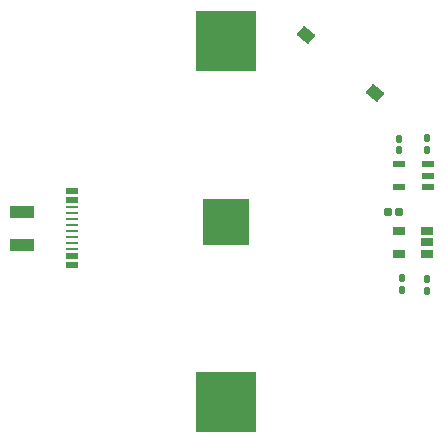
<source format=gbp>
G04*
G04 #@! TF.GenerationSoftware,Altium Limited,Altium Designer,21.0.8 (223)*
G04*
G04 Layer_Color=128*
%FSLAX25Y25*%
%MOIN*%
G70*
G04*
G04 #@! TF.SameCoordinates,24BCDA9A-42F1-41D6-B0A9-C8EBA0504D6D*
G04*
G04*
G04 #@! TF.FilePolarity,Positive*
G04*
G01*
G75*
G04:AMPARAMS|DCode=16|XSize=23.62mil|YSize=23.62mil|CornerRadius=2.36mil|HoleSize=0mil|Usage=FLASHONLY|Rotation=270.000|XOffset=0mil|YOffset=0mil|HoleType=Round|Shape=RoundedRectangle|*
%AMROUNDEDRECTD16*
21,1,0.02362,0.01890,0,0,270.0*
21,1,0.01890,0.02362,0,0,270.0*
1,1,0.00472,-0.00945,-0.00945*
1,1,0.00472,-0.00945,0.00945*
1,1,0.00472,0.00945,0.00945*
1,1,0.00472,0.00945,-0.00945*
%
%ADD16ROUNDEDRECTD16*%
%ADD26R,0.04331X0.02362*%
G04:AMPARAMS|DCode=27|XSize=19.68mil|YSize=23.62mil|CornerRadius=1.97mil|HoleSize=0mil|Usage=FLASHONLY|Rotation=0.000|XOffset=0mil|YOffset=0mil|HoleType=Round|Shape=RoundedRectangle|*
%AMROUNDEDRECTD27*
21,1,0.01968,0.01968,0,0,0.0*
21,1,0.01575,0.02362,0,0,0.0*
1,1,0.00394,0.00787,-0.00984*
1,1,0.00394,-0.00787,-0.00984*
1,1,0.00394,-0.00787,0.00984*
1,1,0.00394,0.00787,0.00984*
%
%ADD27ROUNDEDRECTD27*%
%ADD87R,0.03937X0.02047*%
%ADD88R,0.03937X0.01063*%
%ADD89R,0.07874X0.03937*%
%ADD90R,0.15590X0.15590*%
%ADD91R,0.20079X0.20079*%
G04:AMPARAMS|DCode=92|XSize=50mil|YSize=39.37mil|CornerRadius=0mil|HoleSize=0mil|Usage=FLASHONLY|Rotation=320.000|XOffset=0mil|YOffset=0mil|HoleType=Round|Shape=Rectangle|*
%AMROTATEDRECTD92*
4,1,4,-0.03180,0.00099,-0.00650,0.03115,0.03180,-0.00099,0.00650,-0.03115,-0.03180,0.00099,0.0*
%
%ADD92ROTATEDRECTD92*%

%ADD93R,0.04331X0.02559*%
D16*
X609252Y241142D02*
D03*
X605315D02*
D03*
D26*
X609252Y257087D02*
D03*
Y249606D02*
D03*
X618701D02*
D03*
Y253346D02*
D03*
Y257087D02*
D03*
D27*
X618504Y261811D02*
D03*
Y265748D02*
D03*
X609252Y261713D02*
D03*
Y265650D02*
D03*
X610220Y215094D02*
D03*
Y219032D02*
D03*
X618476Y214988D02*
D03*
Y218925D02*
D03*
D87*
X500098Y223622D02*
D03*
Y248031D02*
D03*
Y226575D02*
D03*
Y245079D02*
D03*
D88*
Y228937D02*
D03*
Y242717D02*
D03*
Y230906D02*
D03*
Y232874D02*
D03*
Y234842D02*
D03*
Y236811D02*
D03*
Y238779D02*
D03*
Y240748D02*
D03*
D89*
X483563Y230315D02*
D03*
Y241339D02*
D03*
D90*
X551264Y237980D02*
D03*
D91*
Y177744D02*
D03*
Y298217D02*
D03*
D92*
X601156Y280811D02*
D03*
X578175Y300095D02*
D03*
D93*
X618480Y234799D02*
D03*
Y231059D02*
D03*
Y227319D02*
D03*
X609031D02*
D03*
Y234799D02*
D03*
M02*

</source>
